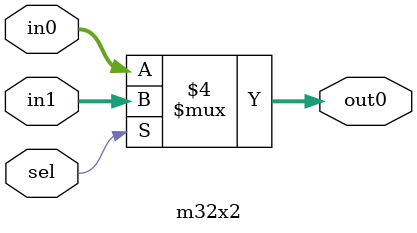
<source format=v>
module m32x2(in0, in1, sel, out0);

	input [31:0] in0;
	input [31:0] in1;
	input sel;
	output [31:0] out0;
	reg [31:0] out0;

always @ (in0 or in1 or sel)
begin
	if (sel == 0)
		out0 <= in0;
	else out0 <= in1;
end

endmodule

</source>
